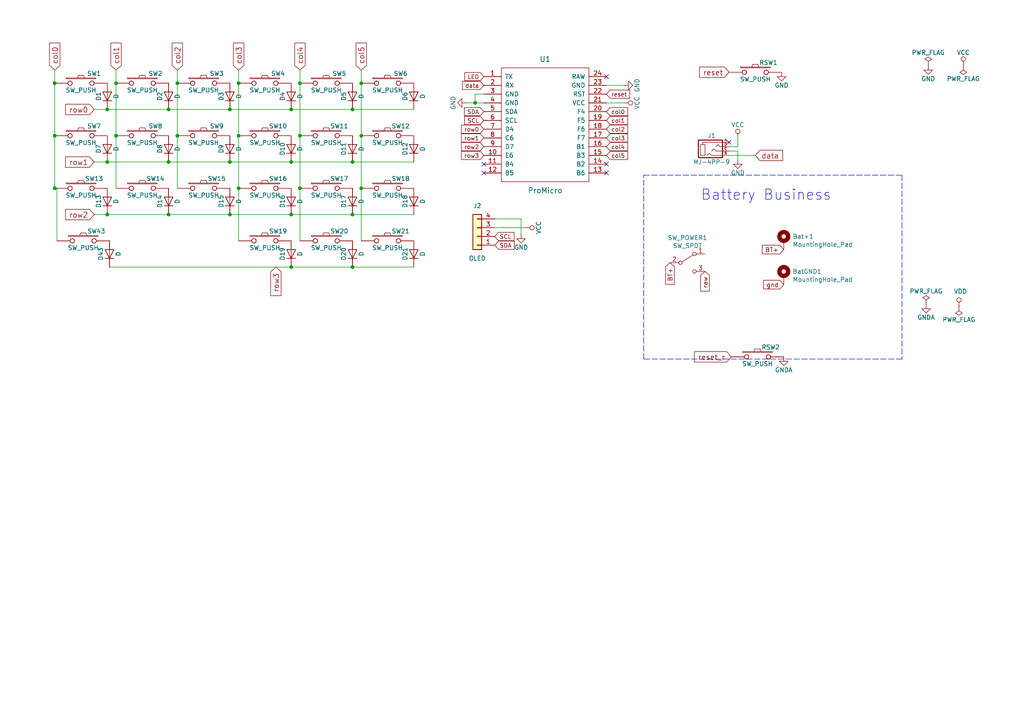
<source format=kicad_sch>
(kicad_sch (version 20211123) (generator eeschema)
  (paper "A4")
  (title_block (title "Corne Light") (date "2018-12-26") (rev "2.1") (company "foostan"))
  (lib_symbols
    (symbol "Connector_Generic:Conn_01x04" (pin_names (offset 1.016) hide)
      (property "Reference" "J" (at 0 5.08 0))
      (property "Value" "Connector_Generic_Conn_01x04" (at 0 -7.62 0))
      (symbol "Conn_01x04_1_1"
        (rectangle (start -1.27 -4.953) (end 0 -5.207) (stroke (width 0.1524)))
        (rectangle (start -1.27 -2.413) (end 0 -2.667) (stroke (width 0.1524)))
        (rectangle (start -1.27 0.127) (end 0 -0.127) (stroke (width 0.1524)))
        (rectangle (start -1.27 2.667) (end 0 2.413) (stroke (width 0.1524)))
        (rectangle (start -1.27 3.81) (end 1.27 -6.35) (stroke (width 0.254)) (fill (type background)))
        (pin passive line (at -5.08 2.54 0) (length 3.81) (name "Pin_1") (number "1"))
        (pin passive line (at -5.08 0 0) (length 3.81) (name "Pin_2") (number "2"))
        (pin passive line (at -5.08 -2.54 0) (length 3.81) (name "Pin_3") (number "3"))
        (pin passive line (at -5.08 -5.08 0) (length 3.81) (name "Pin_4") (number "4"))
      )
    )
    (symbol "Device:D" (pin_numbers hide) (pin_names (offset 1.016) hide)
      (property "Reference" "D" (at 0 2.54 0))
      (property "Value" "Device_D" (at 0 -2.54 0))
      (symbol "D_0_1"
        (polyline (pts (xy -1.27 1.27) (xy -1.27 -1.27)) (stroke (width 0.2032)))
        (polyline (pts (xy 1.27 0) (xy -1.27 0)))
        (polyline (pts (xy 1.27 1.27) (xy 1.27 -1.27) (xy -1.27 0) (xy 1.27 1.27)) (stroke (width 0.2032)))
      )
      (symbol "D_1_1"
        (pin passive line (at -3.81 0 0) (length 2.54) (name "K") (number "1"))
        (pin passive line (at 3.81 0 180) (length 2.54) (name "A") (number "2"))
      )
    )
    (symbol "Mechanical:MountingHole_Pad" (pin_numbers hide) (pin_names (offset 1.016) hide)
      (property "Reference" "H" (at 0 6.35 0))
      (property "Value" "MountingHole_Pad" (at 0 4.445 0))
      (symbol "MountingHole_Pad_0_1"
        (circle (center 0 1.27) (radius 1.27) (stroke (width 1.27)))
      )
      (symbol "MountingHole_Pad_1_1"
        (pin input line (at 0 -2.54 90) (length 2.54) (name "1") (number "1"))
      )
    )
    (symbol "Switch:SW_SPDT" (pin_names (offset 0) hide)
      (property "Reference" "SW" (at 0 4.318 0))
      (property "Value" "SW_SPDT" (at 0 -5.08 0))
      (symbol "SW_SPDT_0_0"
        (circle (center -2.032 0) (radius 0.508))
        (circle (center 2.032 -2.54) (radius 0.508))
      )
      (symbol "SW_SPDT_0_1"
        (polyline (pts (xy -1.524 0.254) (xy 1.651 2.286)))
        (circle (center 2.032 2.54) (radius 0.508))
      )
      (symbol "SW_SPDT_1_1"
        (pin passive line (at 5.08 2.54 180) (length 2.54) (name "A") (number "1"))
        (pin passive line (at -5.08 0 0) (length 2.54) (name "B") (number "2"))
        (pin passive line (at 5.08 -2.54 180) (length 2.54) (name "C") (number "3"))
      )
    )
    (symbol "corne-light-rescue:MJ-4PP-9-kbd" (pin_names (offset 1.016))
      (property "Reference" "J" (at 0 3.81 0))
      (property "Value" "corne-light-rescue_MJ-4PP-9-kbd" (at 0 -3.81 0))
      (symbol "MJ-4PP-9-kbd_0_1"
        (rectangle (start -1.905 -1.905) (end -3.175 1.27))
        (polyline (pts (xy -2.54 1.27) (xy -2.54 1.905) (xy 3.175 1.905)))
        (polyline (pts (xy -1.27 -1.905) (xy -0.635 -1.27) (xy 0 -1.905) (xy 3.175 -1.905)))
        (polyline (pts (xy 0 -0.635) (xy 0.635 0) (xy 1.27 -0.635) (xy 3.175 -0.635)))
        (polyline (pts (xy 1.27 0.635) (xy 1.905 1.27) (xy 2.54 0.635) (xy 3.175 0.635)))
        (rectangle (start 3.175 2.54) (end -3.81 -2.54) (stroke (width 0.3048)))
      )
      (symbol "MJ-4PP-9-kbd_1_1"
        (pin input line (at 5.08 1.905 180) (length 2.0066) (name "~") (number "A"))
        (pin input line (at 5.08 -1.905 180) (length 2.0066) (name "~") (number "B"))
        (pin input line (at 5.08 -0.635 180) (length 2.0066) (name "~") (number "C"))
        (pin input line (at 5.08 0.635 180) (length 2.0066) (name "~") (number "D"))
      )
    )
    (symbol "corne-light-rescue:ProMicro-kbd" (pin_names (offset 1.016))
      (property "Reference" "U" (at 0 24.13 0))
      (property "Value" "corne-light-rescue_ProMicro-kbd" (at 0 -13.97 0))
      (symbol "ProMicro-kbd_0_1"
        (rectangle (start -12.7 21.59) (end 12.7 -11.43))
      )
      (symbol "ProMicro-kbd_1_1"
        (pin bidirectional line (at -17.78 19.05 0) (length 5.08) (name "TX") (number "1"))
        (pin bidirectional line (at -17.78 -3.81 0) (length 5.08) (name "E6") (number "10"))
        (pin bidirectional line (at -17.78 -6.35 0) (length 5.08) (name "B4") (number "11"))
        (pin bidirectional line (at -17.78 -8.89 0) (length 5.08) (name "B5") (number "12"))
        (pin bidirectional line (at 17.78 -8.89 180) (length 5.08) (name "B6") (number "13"))
        (pin bidirectional line (at 17.78 -6.35 180) (length 5.08) (name "B2") (number "14"))
        (pin bidirectional line (at 17.78 -3.81 180) (length 5.08) (name "B3") (number "15"))
        (pin bidirectional line (at 17.78 -1.27 180) (length 5.08) (name "B1") (number "16"))
        (pin bidirectional line (at 17.78 1.27 180) (length 5.08) (name "F7") (number "17"))
        (pin bidirectional line (at 17.78 3.81 180) (length 5.08) (name "F6") (number "18"))
        (pin bidirectional line (at 17.78 6.35 180) (length 5.08) (name "F5") (number "19"))
        (pin bidirectional line (at -17.78 16.51 0) (length 5.08) (name "RX") (number "2"))
        (pin bidirectional line (at 17.78 8.89 180) (length 5.08) (name "F4") (number "20"))
        (pin power_in line (at 17.78 11.43 180) (length 5.08) (name "VCC") (number "21"))
        (pin input line (at 17.78 13.97 180) (length 5.08) (name "RST") (number "22"))
        (pin power_in line (at 17.78 16.51 180) (length 5.08) (name "GND") (number "23"))
        (pin power_out line (at 17.78 19.05 180) (length 5.08) (name "RAW") (number "24"))
        (pin power_in line (at -17.78 13.97 0) (length 5.08) (name "GND") (number "3"))
        (pin power_in line (at -17.78 11.43 0) (length 5.08) (name "GND") (number "4"))
        (pin bidirectional line (at -17.78 8.89 0) (length 5.08) (name "SDA") (number "5"))
        (pin bidirectional line (at -17.78 6.35 0) (length 5.08) (name "SCL") (number "6"))
        (pin bidirectional line (at -17.78 3.81 0) (length 5.08) (name "D4") (number "7"))
        (pin bidirectional line (at -17.78 1.27 0) (length 5.08) (name "C6") (number "8"))
        (pin bidirectional line (at -17.78 -1.27 0) (length 5.08) (name "D7") (number "9"))
      )
    )
    (symbol "corne-light-rescue:SW_PUSH-kbd" (pin_numbers hide) (pin_names (offset 1.016) hide)
      (property "Reference" "SW" (at 3.81 2.794 0))
      (property "Value" "corne-light-rescue_SW_PUSH-kbd" (at 0 -2.032 0))
      (symbol "SW_PUSH-kbd_0_1"
        (rectangle (start -4.318 1.27) (end 4.318 1.524))
        (polyline (pts (xy -1.016 1.524) (xy -0.762 2.286) (xy 0.762 2.286) (xy 1.016 1.524)))
        (pin passive inverted (at -7.62 0 0) (length 5.08) (name "1") (number "1"))
        (pin passive inverted (at 7.62 0 180) (length 5.08) (name "2") (number "2"))
      )
    )
    (symbol "power:GND" (power) (pin_names (offset 0))
      (property "Value" "power_GND" (at 0 -3.81 0))
      (symbol "GND_0_1"
        (polyline (pts (xy 0 0) (xy 0 -1.27) (xy 1.27 -1.27) (xy 0 -2.54) (xy -1.27 -1.27) (xy 0 -1.27)))
      )
      (symbol "GND_1_1"
        (pin power_in line (at 0 0 270) (length 0) hide (name "GND") (number "1"))
      )
    )
    (symbol "power:GNDA" (power) (pin_names (offset 0))
      (property "Value" "power_GNDA" (at 0 -3.81 0))
      (symbol "GNDA_0_1"
        (polyline (pts (xy 0 0) (xy 0 -1.27) (xy 1.27 -1.27) (xy 0 -2.54) (xy -1.27 -1.27) (xy 0 -1.27)))
      )
      (symbol "GNDA_1_1"
        (pin power_in line (at 0 0 270) (length 0) hide (name "GNDA") (number "1"))
      )
    )
    (symbol "power:PWR_FLAG" (power) (pin_numbers hide) (pin_names (offset 0) hide)
      (property "Value" "power_PWR_FLAG" (at 0 3.81 0))
      (symbol "PWR_FLAG_0_0"
        (pin power_out line (at 0 0 90) (length 0) (name "pwr") (number "1"))
      )
      (symbol "PWR_FLAG_0_1"
        (polyline (pts (xy 0 0) (xy 0 1.27) (xy -1.016 1.905) (xy 0 2.54) (xy 1.016 1.905) (xy 0 1.27)))
      )
    )
    (symbol "power:VCC" (power) (pin_names (offset 0))
      (property "Value" "power_VCC" (at 0 3.81 0))
      (symbol "VCC_0_1"
        (polyline (pts (xy 0 0) (xy 0 1.27)))
        (circle (center 0 1.905) (radius 0.635))
      )
      (symbol "VCC_1_1"
        (pin power_in line (at 0 0 90) (length 0) hide (name "VCC") (number "1"))
      )
    )
    (symbol "power:VDD" (power) (pin_names (offset 0))
      (property "Value" "power_VDD" (at 0 3.81 0))
      (symbol "VDD_0_1"
        (polyline (pts (xy 0 0) (xy 0 1.27)))
        (circle (center 0 1.905) (radius 0.635))
      )
      (symbol "VDD_1_1"
        (pin power_in line (at 0 0 90) (length 0) hide (name "VDD") (number "1"))
      )
    )
  )
  (junction (at 86.995 39.37))
  (junction (at 84.455 46.99))
  (junction (at 104.775 24.13))
  (junction (at 33.655 24.13))
  (junction (at 102.235 46.99))
  (junction (at 15.875 54.61))
  (junction (at 84.455 77.47))
  (junction (at 66.675 46.99))
  (junction (at 31.115 31.75))
  (junction (at 66.675 62.23))
  (junction (at 102.235 62.23))
  (junction (at 48.895 46.99))
  (junction (at 51.435 39.37))
  (junction (at 69.215 39.37))
  (junction (at 69.215 54.61))
  (junction (at 66.675 31.75))
  (junction (at 33.655 39.37))
  (junction (at 84.455 62.23))
  (junction (at 48.895 31.75))
  (junction (at 31.115 62.23))
  (junction (at 84.455 31.75))
  (junction (at 86.995 54.61))
  (junction (at 102.235 77.47))
  (junction (at 137.795 29.845))
  (junction (at 31.115 46.99))
  (junction (at 104.775 39.37))
  (junction (at 48.895 62.23))
  (junction (at 15.875 24.13))
  (junction (at 69.215 24.13))
  (junction (at 15.875 39.37))
  (junction (at 104.775 54.61))
  (junction (at 102.235 31.75))
  (junction (at 51.435 24.13))
  (junction (at 86.995 24.13))
  (no_connect (at 211.455 41.275))
  (no_connect (at 140.335 50.165))
  (no_connect (at 175.895 47.625))
  (no_connect (at 175.895 50.165))
  (no_connect (at 140.335 47.625))
  (no_connect (at 175.895 22.225))
  (wire (pts (xy 213.995 43.815) (xy 213.995 46.355)))
  (wire (pts (xy 16.51 54.61) (xy 16.51 69.85)))
  (wire (pts (xy 102.235 46.99) (xy 120.015 46.99)))
  (wire (pts (xy 104.775 24.13) (xy 104.775 39.37)))
  (wire (pts (xy 51.435 24.13) (xy 51.435 39.37)))
  (wire (pts (xy 104.775 20.32) (xy 104.775 24.13)))
  (polyline (pts (xy 186.69 104.14) (xy 186.69 50.8)))
  (wire (pts (xy 51.435 20.32) (xy 51.435 24.13)))
  (wire (pts (xy 15.875 39.37) (xy 15.875 54.61)))
  (wire (pts (xy 69.215 24.13) (xy 69.215 39.37)))
  (wire (pts (xy 140.335 27.305) (xy 137.795 27.305)))
  (wire (pts (xy 27.305 46.99) (xy 31.115 46.99)))
  (wire (pts (xy 48.895 46.99) (xy 66.675 46.99)))
  (wire (pts (xy 27.305 62.23) (xy 31.115 62.23)))
  (wire (pts (xy 102.235 77.47) (xy 120.015 77.47)))
  (wire (pts (xy 33.655 24.13) (xy 33.655 39.37)))
  (wire (pts (xy 213.995 42.545) (xy 213.995 40.005)))
  (wire (pts (xy 31.75 77.47) (xy 84.455 77.47)))
  (wire (pts (xy 86.995 54.61) (xy 86.995 69.85)))
  (wire (pts (xy 51.435 39.37) (xy 51.435 54.61)))
  (wire (pts (xy 27.305 31.75) (xy 31.115 31.75)))
  (wire (pts (xy 135.255 29.845) (xy 137.795 29.845)))
  (wire (pts (xy 137.795 27.305) (xy 137.795 29.845)))
  (wire (pts (xy 33.655 20.32) (xy 33.655 24.13)))
  (wire (pts (xy 66.675 62.23) (xy 84.455 62.23)))
  (wire (pts (xy 143.51 66.04) (xy 152.4 66.04)))
  (wire (pts (xy 31.115 46.99) (xy 48.895 46.99)))
  (wire (pts (xy 84.455 31.75) (xy 102.235 31.75)))
  (wire (pts (xy 31.115 62.23) (xy 48.895 62.23)))
  (wire (pts (xy 151.13 63.5) (xy 143.51 63.5)))
  (wire (pts (xy 48.895 62.23) (xy 66.675 62.23)))
  (wire (pts (xy 15.875 24.13) (xy 15.875 39.37)))
  (wire (pts (xy 104.775 39.37) (xy 104.775 54.61)))
  (wire (pts (xy 211.455 42.545) (xy 213.995 42.545)))
  (wire (pts (xy 151.13 67.945) (xy 151.13 63.5)))
  (wire (pts (xy 211.455 43.815) (xy 213.995 43.815)))
  (wire (pts (xy 48.895 31.75) (xy 66.675 31.75)))
  (wire (pts (xy 86.995 20.32) (xy 86.995 24.13)))
  (wire (pts (xy 66.675 46.99) (xy 84.455 46.99)))
  (wire (pts (xy 15.875 20.32) (xy 15.875 24.13)))
  (wire (pts (xy 84.455 46.99) (xy 102.235 46.99)))
  (polyline (pts (xy 261.62 50.8) (xy 261.62 104.14)))
  (wire (pts (xy 69.215 39.37) (xy 69.215 54.61)))
  (wire (pts (xy 66.675 31.75) (xy 84.455 31.75)))
  (wire (pts (xy 102.235 62.23) (xy 120.015 62.23)))
  (wire (pts (xy 86.995 24.13) (xy 86.995 39.37)))
  (wire (pts (xy 86.995 39.37) (xy 86.995 54.61)))
  (wire (pts (xy 175.895 29.845) (xy 180.975 29.845)))
  (wire (pts (xy 211.455 45.085) (xy 219.075 45.085)))
  (wire (pts (xy 69.215 54.61) (xy 69.215 69.85)))
  (wire (pts (xy 84.455 77.47) (xy 102.235 77.47)))
  (wire (pts (xy 15.875 54.61) (xy 16.51 54.61)))
  (wire (pts (xy 104.775 54.61) (xy 104.775 69.85)))
  (wire (pts (xy 31.115 31.75) (xy 48.895 31.75)))
  (wire (pts (xy 102.235 31.75) (xy 120.015 31.75)))
  (wire (pts (xy 69.215 20.32) (xy 69.215 24.13)))
  (wire (pts (xy 84.455 62.23) (xy 102.235 62.23)))
  (wire (pts (xy 137.795 29.845) (xy 140.335 29.845)))
  (wire (pts (xy 15.24 54.61) (xy 15.875 54.61)))
  (wire (pts (xy 33.655 39.37) (xy 33.655 54.61)))
  (polyline (pts (xy 186.69 50.8) (xy 261.62 50.8)))
  (wire (pts (xy 175.895 24.765) (xy 180.975 24.765)))
  (polyline (pts (xy 261.62 104.14) (xy 186.69 104.14)))
  (text "Battery Business" (at 203.2 58.42 0) (effects (font (size 2.9972 2.9972)) (justify left bottom)))
  (global_label "SCL" (shape input) (at 143.51 68.58 0) (effects (font (size 1.1938 1.1938))) (property "Intersheet References" "${INTERSHEET_REFS}" (effects hide)))
  (global_label "LED" (shape input) (at 140.335 22.225 180) (effects (font (size 1.1938 1.1938))) (property "Intersheet References" "${INTERSHEET_REFS}" (effects hide)))
  (global_label "col2" (shape input) (at 51.435 20.32 90) (effects (font (size 1.524 1.524))) (property "Intersheet References" "${INTERSHEET_REFS}" (effects hide)))
  (global_label "row0" (shape input) (at 27.305 31.75 180) (effects (font (size 1.524 1.524))) (property "Intersheet References" "${INTERSHEET_REFS}" (effects hide)))
  (global_label "col5" (shape input) (at 175.895 45.085 0) (effects (font (size 1.1938 1.1938))) (property "Intersheet References" "${INTERSHEET_REFS}" (effects hide)))
  (global_label "row1" (shape input) (at 27.305 46.99 180) (effects (font (size 1.524 1.524))) (property "Intersheet References" "${INTERSHEET_REFS}" (effects hide)))
  (global_label "reset" (shape input) (at 175.895 27.305 0) (effects (font (size 1.1938 1.1938))) (property "Intersheet References" "${INTERSHEET_REFS}" (effects hide)))
  (global_label "BT+" (shape input) (at 227.33 72.39 180) (property "Intersheet References" "${INTERSHEET_REFS}" (effects hide)))
  (global_label "row3" (shape input) (at 140.335 45.085 180) (effects (font (size 1.1938 1.1938))) (property "Intersheet References" "${INTERSHEET_REFS}" (effects hide)))
  (global_label "raw" (shape input) (at 204.47 78.74 270) (property "Intersheet References" "${INTERSHEET_REFS}" (effects hide)))
  (global_label "SDA" (shape input) (at 143.51 71.12 0) (effects (font (size 1.1938 1.1938))) (property "Intersheet References" "${INTERSHEET_REFS}" (effects hide)))
  (global_label "reset" (shape input) (at 211.455 20.955 180) (effects (font (size 1.524 1.524))) (property "Intersheet References" "${INTERSHEET_REFS}" (effects hide)))
  (global_label "col1" (shape input) (at 175.895 34.925 0) (effects (font (size 1.1938 1.1938))) (property "Intersheet References" "${INTERSHEET_REFS}" (effects hide)))
  (global_label "gnd" (shape input) (at 227.33 82.55 180) (property "Intersheet References" "${INTERSHEET_REFS}" (effects hide)))
  (global_label "row0" (shape input) (at 140.335 37.465 180) (effects (font (size 1.1938 1.1938))) (property "Intersheet References" "${INTERSHEET_REFS}" (effects hide)))
  (global_label "col3" (shape input) (at 175.895 40.005 0) (effects (font (size 1.1938 1.1938))) (property "Intersheet References" "${INTERSHEET_REFS}" (effects hide)))
  (global_label "data" (shape input) (at 219.075 45.085 0) (effects (font (size 1.524 1.524))) (property "Intersheet References" "${INTERSHEET_REFS}" (effects hide)))
  (global_label "row1" (shape input) (at 140.335 40.005 180) (effects (font (size 1.1938 1.1938))) (property "Intersheet References" "${INTERSHEET_REFS}" (effects hide)))
  (global_label "col2" (shape input) (at 175.895 37.465 0) (effects (font (size 1.1938 1.1938))) (property "Intersheet References" "${INTERSHEET_REFS}" (effects hide)))
  (global_label "col5" (shape input) (at 104.775 20.32 90) (effects (font (size 1.524 1.524))) (property "Intersheet References" "${INTERSHEET_REFS}" (effects hide)))
  (global_label "reset_r" (shape input) (at 212.09 103.505 180) (effects (font (size 1.524 1.524))) (property "Intersheet References" "${INTERSHEET_REFS}" (effects hide)))
  (global_label "BT+" (shape input) (at 194.31 76.2 270) (property "Intersheet References" "${INTERSHEET_REFS}" (effects hide)))
  (global_label "col0" (shape input) (at 175.895 32.385 0) (effects (font (size 1.1938 1.1938))) (property "Intersheet References" "${INTERSHEET_REFS}" (effects hide)))
  (global_label "col0" (shape input) (at 15.875 20.32 90) (effects (font (size 1.524 1.524))) (property "Intersheet References" "${INTERSHEET_REFS}" (effects hide)))
  (global_label "row3" (shape input) (at 80.01 77.47 270) (effects (font (size 1.524 1.524))) (property "Intersheet References" "${INTERSHEET_REFS}" (effects hide)))
  (global_label "SCL" (shape input) (at 140.335 34.925 180) (effects (font (size 1.1938 1.1938))) (property "Intersheet References" "${INTERSHEET_REFS}" (effects hide)))
  (global_label "row2" (shape input) (at 27.305 62.23 180) (effects (font (size 1.524 1.524))) (property "Intersheet References" "${INTERSHEET_REFS}" (effects hide)))
  (global_label "SDA" (shape input) (at 140.335 32.385 180) (effects (font (size 1.1938 1.1938))) (property "Intersheet References" "${INTERSHEET_REFS}" (effects hide)))
  (global_label "col4" (shape input) (at 175.895 42.545 0) (effects (font (size 1.1938 1.1938))) (property "Intersheet References" "${INTERSHEET_REFS}" (effects hide)))
  (global_label "col3" (shape input) (at 69.215 20.32 90) (effects (font (size 1.524 1.524))) (property "Intersheet References" "${INTERSHEET_REFS}" (effects hide)))
  (global_label "data" (shape input) (at 140.335 24.765 180) (effects (font (size 1.1938 1.1938))) (property "Intersheet References" "${INTERSHEET_REFS}" (effects hide)))
  (global_label "col4" (shape input) (at 86.995 20.32 90) (effects (font (size 1.524 1.524))) (property "Intersheet References" "${INTERSHEET_REFS}" (effects hide)))
  (global_label "col1" (shape input) (at 33.655 20.32 90) (effects (font (size 1.524 1.524))) (property "Intersheet References" "${INTERSHEET_REFS}" (effects hide)))
  (global_label "row2" (shape input) (at 140.335 42.545 180) (effects (font (size 1.1938 1.1938))) (property "Intersheet References" "${INTERSHEET_REFS}" (effects hide)))
  (symbol (lib_id "corne-light-rescue:ProMicro-kbd") (at 158.115 41.275 0) (unit 1)
    (property "Reference" "U1" (at 158.115 17.145 0) (effects (font (size 1.524 1.524))))
    (property "Value" "ProMicro" (at 158.115 55.245 0) (effects (font (size 1.524 1.524))))
    (property "Footprint" "kbd:ProMicro_v2_1side" (effects hide))
  )
  (symbol (lib_id "corne-light-rescue:SW_PUSH-kbd") (at 41.275 24.13 0) (unit 1)
    (property "Reference" "SW2" (at 45.085 21.336 0))
    (property "Value" "SW_PUSH" (at 41.275 26.162 0))
    (property "Footprint" "kbd:CherryMX_Choc_1u" (effects hide))
  )
  (symbol (lib_id "Device:D") (at 48.895 27.94 90) (unit 1)
    (property "Reference" "D2" (at 46.355 27.94 0))
    (property "Value" "D" (at 51.435 27.94 0))
    (property "Footprint" "kbd:D3_TH" (effects hide))
  )
  (symbol (lib_id "corne-light-rescue:SW_PUSH-kbd") (at 59.055 24.13 0) (unit 1)
    (property "Reference" "SW3" (at 62.865 21.336 0))
    (property "Value" "SW_PUSH" (at 59.055 26.162 0))
    (property "Footprint" "kbd:CherryMX_Choc_1u" (effects hide))
  )
  (symbol (lib_id "Device:D") (at 66.675 27.94 90) (unit 1)
    (property "Reference" "D3" (at 64.135 27.94 0))
    (property "Value" "D" (at 69.215 27.94 0))
    (property "Footprint" "kbd:D3_TH" (effects hide))
  )
  (symbol (lib_id "corne-light-rescue:SW_PUSH-kbd") (at 76.835 24.13 0) (unit 1)
    (property "Reference" "SW4" (at 80.645 21.336 0))
    (property "Value" "SW_PUSH" (at 76.835 26.162 0))
    (property "Footprint" "kbd:CherryMX_Choc_1u" (effects hide))
  )
  (symbol (lib_id "corne-light-rescue:SW_PUSH-kbd") (at 94.615 24.13 0) (unit 1)
    (property "Reference" "SW5" (at 98.425 21.336 0))
    (property "Value" "SW_PUSH" (at 94.615 26.162 0))
    (property "Footprint" "kbd:CherryMX_Choc_1u" (effects hide))
  )
  (symbol (lib_id "corne-light-rescue:SW_PUSH-kbd") (at 112.395 24.13 0) (unit 1)
    (property "Reference" "SW6" (at 116.205 21.336 0))
    (property "Value" "SW_PUSH" (at 112.395 26.162 0))
    (property "Footprint" "kbd:CherryMX_Choc_1u" (effects hide))
  )
  (symbol (lib_id "Device:D") (at 84.455 27.94 90) (unit 1)
    (property "Reference" "D4" (at 81.915 27.94 0))
    (property "Value" "D" (at 86.995 27.94 0))
    (property "Footprint" "kbd:D3_TH" (effects hide))
  )
  (symbol (lib_id "Device:D") (at 102.235 27.94 90) (unit 1)
    (property "Reference" "D5" (at 99.695 27.94 0))
    (property "Value" "D" (at 104.775 27.94 0))
    (property "Footprint" "kbd:D3_TH" (effects hide))
  )
  (symbol (lib_id "Device:D") (at 120.015 27.94 90) (unit 1)
    (property "Reference" "D6" (at 117.475 27.94 0))
    (property "Value" "D" (at 122.555 27.94 0))
    (property "Footprint" "kbd:D3_TH" (effects hide))
  )
  (symbol (lib_id "corne-light-rescue:SW_PUSH-kbd") (at 23.495 24.13 0) (unit 1)
    (property "Reference" "SW1" (at 27.305 21.336 0))
    (property "Value" "SW_PUSH" (at 23.495 26.162 0))
    (property "Footprint" "kbd:CherryMX_Choc_1u" (effects hide))
  )
  (symbol (lib_id "Device:D") (at 31.115 27.94 90) (unit 1)
    (property "Reference" "D1" (at 28.575 27.94 0))
    (property "Value" "D" (at 33.655 27.94 0))
    (property "Footprint" "kbd:D3_TH" (effects hide))
  )
  (symbol (lib_id "corne-light-rescue:SW_PUSH-kbd") (at 41.275 39.37 0) (unit 1)
    (property "Reference" "SW8" (at 45.085 36.576 0))
    (property "Value" "SW_PUSH" (at 41.275 41.402 0))
    (property "Footprint" "kbd:CherryMX_Choc_1u" (effects hide))
  )
  (symbol (lib_id "Device:D") (at 48.895 43.18 90) (unit 1)
    (property "Reference" "D8" (at 46.355 43.18 0))
    (property "Value" "D" (at 51.435 43.18 0))
    (property "Footprint" "kbd:D3_TH" (effects hide))
  )
  (symbol (lib_id "corne-light-rescue:SW_PUSH-kbd") (at 59.055 39.37 0) (unit 1)
    (property "Reference" "SW9" (at 62.865 36.576 0))
    (property "Value" "SW_PUSH" (at 59.055 41.402 0))
    (property "Footprint" "kbd:CherryMX_Choc_1u" (effects hide))
  )
  (symbol (lib_id "Device:D") (at 66.675 43.18 90) (unit 1)
    (property "Reference" "D9" (at 64.135 43.18 0))
    (property "Value" "D" (at 69.215 43.18 0))
    (property "Footprint" "kbd:D3_TH" (effects hide))
  )
  (symbol (lib_id "corne-light-rescue:SW_PUSH-kbd") (at 76.835 39.37 0) (unit 1)
    (property "Reference" "SW10" (at 80.645 36.576 0))
    (property "Value" "SW_PUSH" (at 76.835 41.402 0))
    (property "Footprint" "kbd:CherryMX_Choc_1u" (effects hide))
  )
  (symbol (lib_id "corne-light-rescue:SW_PUSH-kbd") (at 94.615 39.37 0) (unit 1)
    (property "Reference" "SW11" (at 98.425 36.576 0))
    (property "Value" "SW_PUSH" (at 94.615 41.402 0))
    (property "Footprint" "kbd:CherryMX_Choc_1u" (effects hide))
  )
  (symbol (lib_id "corne-light-rescue:SW_PUSH-kbd") (at 112.395 39.37 0) (unit 1)
    (property "Reference" "SW12" (at 116.205 36.576 0))
    (property "Value" "SW_PUSH" (at 112.395 41.402 0))
    (property "Footprint" "kbd:CherryMX_Choc_1u" (effects hide))
  )
  (symbol (lib_id "Device:D") (at 84.455 43.18 90) (unit 1)
    (property "Reference" "D10" (at 81.915 43.18 0))
    (property "Value" "D" (at 86.995 43.18 0))
    (property "Footprint" "kbd:D3_TH" (effects hide))
  )
  (symbol (lib_id "Device:D") (at 102.235 43.18 90) (unit 1)
    (property "Reference" "D11" (at 99.695 43.18 0))
    (property "Value" "D" (at 104.775 43.18 0))
    (property "Footprint" "kbd:D3_TH" (effects hide))
  )
  (symbol (lib_id "Device:D") (at 120.015 43.18 90) (unit 1)
    (property "Reference" "D12" (at 117.475 43.18 0))
    (property "Value" "D" (at 122.555 43.18 0))
    (property "Footprint" "kbd:D3_TH" (effects hide))
  )
  (symbol (lib_id "corne-light-rescue:SW_PUSH-kbd") (at 23.495 39.37 0) (unit 1)
    (property "Reference" "SW7" (at 27.305 36.576 0))
    (property "Value" "SW_PUSH" (at 23.495 41.402 0))
    (property "Footprint" "kbd:CherryMX_Choc_1u" (effects hide))
  )
  (symbol (lib_id "Device:D") (at 31.115 43.18 90) (unit 1)
    (property "Reference" "D7" (at 28.575 43.18 0))
    (property "Value" "D" (at 33.655 43.18 0))
    (property "Footprint" "kbd:D3_TH" (effects hide))
  )
  (symbol (lib_id "corne-light-rescue:SW_PUSH-kbd") (at 41.275 54.61 0) (unit 1)
    (property "Reference" "SW14" (at 45.085 51.816 0))
    (property "Value" "SW_PUSH" (at 41.275 56.642 0))
    (property "Footprint" "kbd:CherryMX_Choc_1u" (effects hide))
  )
  (symbol (lib_id "Device:D") (at 48.895 58.42 90) (unit 1)
    (property "Reference" "D14" (at 46.355 58.42 0))
    (property "Value" "D" (at 51.435 58.42 0))
    (property "Footprint" "kbd:D3_TH" (effects hide))
  )
  (symbol (lib_id "corne-light-rescue:SW_PUSH-kbd") (at 59.055 54.61 0) (unit 1)
    (property "Reference" "SW15" (at 62.865 51.816 0))
    (property "Value" "SW_PUSH" (at 59.055 56.642 0))
    (property "Footprint" "kbd:CherryMX_Choc_1u" (effects hide))
  )
  (symbol (lib_id "Device:D") (at 66.675 58.42 90) (unit 1)
    (property "Reference" "D15" (at 64.135 58.42 0))
    (property "Value" "D" (at 69.215 58.42 0))
    (property "Footprint" "kbd:D3_TH" (effects hide))
  )
  (symbol (lib_id "corne-light-rescue:SW_PUSH-kbd") (at 76.835 54.61 0) (unit 1)
    (property "Reference" "SW16" (at 80.645 51.816 0))
    (property "Value" "SW_PUSH" (at 76.835 56.642 0))
    (property "Footprint" "kbd:CherryMX_Choc_1u" (effects hide))
  )
  (symbol (lib_id "corne-light-rescue:SW_PUSH-kbd") (at 94.615 54.61 0) (unit 1)
    (property "Reference" "SW17" (at 98.425 51.816 0))
    (property "Value" "SW_PUSH" (at 94.615 56.642 0))
    (property "Footprint" "kbd:CherryMX_Choc_1u" (effects hide))
  )
  (symbol (lib_id "corne-light-rescue:SW_PUSH-kbd") (at 112.395 54.61 0) (unit 1)
    (property "Reference" "SW18" (at 116.205 51.816 0))
    (property "Value" "SW_PUSH" (at 112.395 56.642 0))
    (property "Footprint" "kbd:CherryMX_Choc_1u" (effects hide))
  )
  (symbol (lib_id "Device:D") (at 84.455 58.42 90) (unit 1)
    (property "Reference" "D16" (at 81.915 58.42 0))
    (property "Value" "D" (at 86.995 58.42 0))
    (property "Footprint" "kbd:D3_TH" (effects hide))
  )
  (symbol (lib_id "Device:D") (at 102.235 58.42 90) (unit 1)
    (property "Reference" "D17" (at 99.695 58.42 0))
    (property "Value" "D" (at 104.775 58.42 0))
    (property "Footprint" "kbd:D3_TH" (effects hide))
  )
  (symbol (lib_id "Device:D") (at 120.015 58.42 90) (unit 1)
    (property "Reference" "D18" (at 117.475 58.42 0))
    (property "Value" "D" (at 122.555 58.42 0))
    (property "Footprint" "kbd:D3_TH" (effects hide))
  )
  (symbol (lib_id "corne-light-rescue:SW_PUSH-kbd") (at 23.495 54.61 0) (unit 1)
    (property "Reference" "SW13" (at 27.305 51.816 0))
    (property "Value" "SW_PUSH" (at 23.495 56.642 0))
    (property "Footprint" "kbd:CherryMX_Choc_1u" (effects hide))
  )
  (symbol (lib_id "Device:D") (at 31.115 58.42 90) (unit 1)
    (property "Reference" "D13" (at 28.575 58.42 0))
    (property "Value" "D" (at 33.655 58.42 0))
    (property "Footprint" "kbd:D3_TH" (effects hide))
  )
  (symbol (lib_id "corne-light-rescue:SW_PUSH-kbd") (at 94.615 69.85 0) (unit 1)
    (property "Reference" "SW20" (at 98.425 67.056 0))
    (property "Value" "SW_PUSH" (at 94.615 71.882 0))
    (property "Footprint" "kbd:CherryMX_Choc_1u" (effects hide))
  )
  (symbol (lib_id "Device:D") (at 102.235 73.66 90) (unit 1)
    (property "Reference" "D20" (at 99.695 73.66 0))
    (property "Value" "D" (at 104.775 73.66 0))
    (property "Footprint" "kbd:D3_TH" (effects hide))
  )
  (symbol (lib_id "corne-light-rescue:SW_PUSH-kbd") (at 112.395 69.85 0) (unit 1)
    (property "Reference" "SW21" (at 116.205 67.056 0))
    (property "Value" "SW_PUSH" (at 112.395 71.882 0))
    (property "Footprint" "kbd:CherryMX_Choc_1.5u" (effects hide))
  )
  (symbol (lib_id "Device:D") (at 120.015 73.66 90) (unit 1)
    (property "Reference" "D21" (at 117.475 73.66 0))
    (property "Value" "D" (at 122.555 73.66 0))
    (property "Footprint" "kbd:D3_TH" (effects hide))
  )
  (symbol (lib_id "corne-light-rescue:SW_PUSH-kbd") (at 76.835 69.85 0) (unit 1)
    (property "Reference" "SW19" (at 80.645 67.056 0))
    (property "Value" "SW_PUSH" (at 76.835 71.882 0))
    (property "Footprint" "kbd:CherryMX_Choc_1u" (effects hide))
  )
  (symbol (lib_id "Device:D") (at 84.455 73.66 90) (unit 1)
    (property "Reference" "D19" (at 81.915 73.66 0))
    (property "Value" "D" (at 86.995 73.66 0))
    (property "Footprint" "kbd:D3_TH" (effects hide))
  )
  (symbol (lib_id "power:GND") (at 180.975 24.765 90) (unit 1)
    (property "Reference" "#PWR03" (effects hide))
    (property "Value" "GND" (at 184.785 24.765 0))
  )
  (symbol (lib_id "power:VCC") (at 180.975 29.845 270) (unit 1)
    (property "Reference" "#PWR05" (effects hide))
    (property "Value" "VCC" (at 184.785 29.845 0))
  )
  (symbol (lib_id "power:GND") (at 135.255 29.845 270) (unit 1)
    (property "Reference" "#PWR04" (effects hide))
    (property "Value" "GND" (at 131.445 29.845 0))
  )
  (symbol (lib_id "power:GND") (at 269.24 19.05 0) (unit 1)
    (property "Reference" "#PWR01" (effects hide))
    (property "Value" "GND" (at 269.24 22.86 0))
  )
  (symbol (lib_id "power:VCC") (at 279.4 19.05 0) (unit 1)
    (property "Reference" "#PWR02" (effects hide))
    (property "Value" "VCC" (at 279.4 15.24 0))
  )
  (symbol (lib_id "power:PWR_FLAG") (at 279.4 19.05 180) (unit 1)
    (property "Reference" "#FLG02" (effects hide))
    (property "Value" "PWR_FLAG" (at 279.4 22.86 0))
  )
  (symbol (lib_id "power:PWR_FLAG") (at 269.24 19.05 0) (unit 1)
    (property "Reference" "#FLG01" (effects hide))
    (property "Value" "PWR_FLAG" (at 269.24 15.24 0))
  )
  (symbol (lib_id "corne-light-rescue:SW_PUSH-kbd") (at 219.075 20.955 0) (unit 1)
    (property "Reference" "RSW1" (at 222.885 18.161 0))
    (property "Value" "SW_PUSH" (at 219.075 22.987 0))
    (property "Footprint" "kbd:ResetSW_1side" (effects hide))
  )
  (symbol (lib_id "power:GND") (at 226.695 20.955 0) (unit 1)
    (property "Reference" "#PWR07" (effects hide))
    (property "Value" "GND" (at 226.695 24.765 0))
  )
  (symbol (lib_id "power:VCC") (at 213.995 40.005 0) (unit 1)
    (property "Reference" "#PWR06" (effects hide))
    (property "Value" "VCC" (at 213.995 36.195 0))
  )
  (symbol (lib_id "power:GND") (at 213.995 46.355 0) (unit 1)
    (property "Reference" "#PWR08" (effects hide))
    (property "Value" "GND" (at 213.995 50.165 0))
  )
  (symbol (lib_id "Connector_Generic:Conn_01x04") (at 138.43 68.58 180) (unit 1)
    (property "Reference" "J2" (at 138.43 59.69 0))
    (property "Value" "OLED" (at 138.43 74.93 0))
    (property "Footprint" "kbd:OLED_1side" (effects hide))
  )
  (symbol (lib_id "power:GND") (at 151.13 67.945 0) (unit 1)
    (property "Reference" "#PWR019" (effects hide))
    (property "Value" "GND" (at 151.13 71.755 0))
  )
  (symbol (lib_id "power:VCC") (at 152.4 66.04 270) (unit 1)
    (property "Reference" "#PWR018" (effects hide))
    (property "Value" "VCC" (at 156.21 66.04 0))
  )
  (symbol (lib_id "corne-light-rescue:MJ-4PP-9-kbd") (at 206.375 43.18 0) (unit 1)
    (property "Reference" "J1" (at 206.375 39.37 0))
    (property "Value" "MJ-4PP-9" (at 206.375 46.99 0))
    (property "Footprint" "kbd:MJ-4PP-9_1side" (effects hide))
  )
  (symbol (lib_id "corne-light-rescue:SW_PUSH-kbd") (at 219.71 103.505 0) (unit 1)
    (property "Reference" "RSW2" (at 223.52 100.711 0))
    (property "Value" "SW_PUSH" (at 219.71 105.537 0))
    (property "Footprint" "kbd:ResetSW_1side" (effects hide))
  )
  (symbol (lib_id "power:GNDA") (at 227.33 103.505 0) (unit 1)
    (property "Reference" "#PWR0103" (effects hide))
    (property "Value" "GNDA" (at 227.33 107.315 0))
  )
  (symbol (lib_id "power:PWR_FLAG") (at 278.13 88.9 180) (unit 1)
    (property "Reference" "#FLG0101" (effects hide))
    (property "Value" "PWR_FLAG" (at 278.13 92.71 0))
  )
  (symbol (lib_id "power:VDD") (at 278.13 88.9 0) (unit 1)
    (property "Reference" "#PWR0115" (effects hide))
    (property "Value" "VDD" (at 278.5618 84.5058 0))
  )
  (symbol (lib_id "power:GNDA") (at 268.605 88.265 0) (unit 1)
    (property "Reference" "#PWR0108" (effects hide))
    (property "Value" "GNDA" (at 268.605 92.075 0))
  )
  (symbol (lib_id "power:PWR_FLAG") (at 268.605 88.265 0) (unit 1)
    (property "Reference" "#FLG0102" (effects hide))
    (property "Value" "PWR_FLAG" (at 268.605 84.455 0))
  )
  (symbol (lib_id "Mechanical:MountingHole_Pad") (at 227.33 80.01 0) (unit 1)
    (property "Reference" "BatGND1" (at 229.87 78.7654 0) (effects (justify left)))
    (property "Value" "MountingHole_Pad" (at 229.87 81.0768 0) (effects (justify left)))
    (property "Footprint" "kbd:1pin_conn" (effects hide))
  )
  (symbol (lib_id "corne-light-rescue:SW_PUSH-kbd") (at 24.13 69.85 0) (unit 1)
    (property "Reference" "SW43" (at 27.94 67.056 0))
    (property "Value" "SW_PUSH" (at 24.13 71.882 0))
    (property "Footprint" "kbd:CherryMX_Choc_1u" (effects hide))
  )
  (symbol (lib_id "Device:D") (at 31.75 73.66 90) (unit 1)
    (property "Reference" "D43" (at 29.21 73.66 0))
    (property "Value" "D" (at 34.29 73.66 0))
    (property "Footprint" "kbd:D3_TH" (effects hide))
  )
  (symbol (lib_id "Mechanical:MountingHole_Pad") (at 227.33 69.85 0) (unit 1)
    (property "Reference" "Bat+1" (at 229.87 68.6054 0) (effects (justify left)))
    (property "Value" "MountingHole_Pad" (at 229.87 70.9168 0) (effects (justify left)))
    (property "Footprint" "kbd:1pin_conn" (effects hide))
  )
  (symbol (lib_id "Switch:SW_SPDT") (at 199.39 76.2 0) (unit 1)
    (property "Reference" "SW_POWER1" (at 199.39 68.961 0))
    (property "Value" "SW_SPDT" (at 199.39 71.2724 0))
    (property "Footprint" "Kailh:SPDT_C128955" (effects hide))
  )
)
</source>
